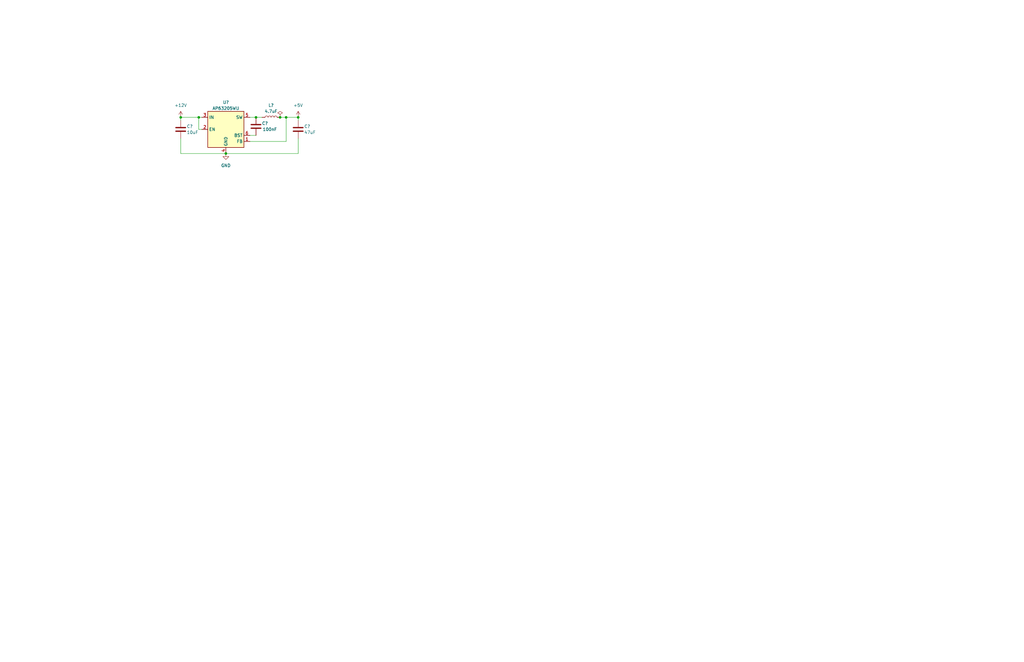
<source format=kicad_sch>
(kicad_sch (version 20250114) (generator "eeschema") (generator_version "9.0")
  (paper "B")
  (title_block (title "DCDC 5V 2A") (date "2025-08-23") (rev "1.0") (company "Formula Slug"))
  (lib_symbols
    (symbol "Device:C" (pin_numbers (hide yes)) (pin_names (offset 0.254))
      (property "Reference" "C" (at 0.635 2.54 0))
      (property "Value" "C" (at 0.635 -2.54 0))
      (symbol "C_0_1"
        (polyline (pts (xy -2.032 0.762) (xy 2.032 0.762)) (stroke (width 0.508)))
        (polyline (pts (xy -2.032 -0.762) (xy 2.032 -0.762)) (stroke (width 0.508)))
      )
      (symbol "C_1_1"
        (pin passive line (at 0 3.81 270) (length 2.794) (name "~") (number "1"))
        (pin passive line (at 0 -3.81 90) (length 2.794) (name "~") (number "2"))
      )
    )
    (symbol "Device:L" (pin_numbers (hide yes)) (pin_names (offset 1.016) (hide yes))
      (property "Reference" "L" (at -1.27 0 90))
      (property "Value" "L" (at 1.905 0 90))
      (symbol "L_0_1"
        (arc (start 0 2.54) (mid 0.6323 1.905) (end 0 1.27))
        (arc (start 0 1.27) (mid 0.6323 0.635) (end 0 0))
        (arc (start 0 0) (mid 0.6323 -0.635) (end 0 -1.27))
        (arc (start 0 -1.27) (mid 0.6323 -1.905) (end 0 -2.54))
      )
      (symbol "L_1_1"
        (pin passive line (at 0 3.81 270) (length 1.27) (name "1") (number "1"))
        (pin passive line (at 0 -3.81 90) (length 1.27) (name "2") (number "2"))
      )
    )
    (symbol "Regulator_Switching:AP63205WU"
      (property "Reference" "U1" (at 0 13.97 0))
      (property "Value" "AP63205WU" (at 0 11.43 0))
      (symbol "AP63205WU_0_1"
        (rectangle (start -7.62 10.16) (end 7.62 -5.08) (stroke (width 0.254)) (fill (type background)))
      )
      (symbol "AP63205WU_1_1"
        (pin power_in line (at -10.16 7.62 0) (length 2.54) (name "IN") (number "3"))
        (pin input line (at -10.16 2.54 0) (length 2.54) (name "EN") (number "2"))
        (pin power_in line (at 0 -7.62 90) (length 2.54) (name "GND") (number "4"))
        (pin output line (at 10.16 7.62 180) (length 2.54) (name "SW") (number "5"))
        (pin passive line (at 10.16 0 180) (length 2.54) (name "BST") (number "6"))
        (pin input line (at 10.16 -2.54 180) (length 2.54) (name "FB") (number "1"))
      )
    )
    (symbol "power:+12V" (power) (pin_numbers (hide yes)) (pin_names (offset 0) (hide yes))
      (property "Value" "+12V" (at 0 3.556 0))
      (symbol "+12V_0_1"
        (polyline (pts (xy -0.762 1.27) (xy 0 2.54)))
        (polyline (pts (xy 0 2.54) (xy 0.762 1.27)))
        (polyline (pts (xy 0 0) (xy 0 2.54)))
      )
      (symbol "+12V_1_1"
        (pin power_in line (at 0 0 90) (length 0) (name "~") (number "1"))
      )
    )
    (symbol "power:+5V" (power) (pin_numbers (hide yes)) (pin_names (offset 0) (hide yes))
      (property "Value" "+5V" (at 0 3.556 0))
      (symbol "+5V_0_1"
        (polyline (pts (xy -0.762 1.27) (xy 0 2.54)))
        (polyline (pts (xy 0 2.54) (xy 0.762 1.27)))
        (polyline (pts (xy 0 0) (xy 0 2.54)))
      )
      (symbol "+5V_1_1"
        (pin power_in line (at 0 0 90) (length 0) (name "~") (number "1"))
      )
    )
    (symbol "power:GND" (power) (pin_numbers (hide yes)) (pin_names (offset 0) (hide yes))
      (property "Value" "GND" (at 0 -3.81 0))
      (symbol "GND_0_1"
        (polyline (pts (xy 0 0) (xy 0 -1.27) (xy 1.27 -1.27) (xy 0 -2.54) (xy -1.27 -1.27) (xy 0 -1.27)))
      )
      (symbol "GND_1_1"
        (pin power_in line (at 0 0 270) (length 0) (name "~") (number "1"))
      )
    )
    (symbol "power:PWR_FLAG" (power) (pin_numbers (hide yes)) (pin_names (offset 0) (hide yes))
      (property "Value" "PWR_FLAG" (at 0 3.81 0))
      (symbol "PWR_FLAG_0_0"
        (pin power_out line (at 0 0 90) (length 0) (name "~") (number "1"))
      )
      (symbol "PWR_FLAG_0_1"
        (polyline (pts (xy 0 0) (xy 0 1.27) (xy -1.016 1.905) (xy 0 2.54) (xy 1.016 1.905) (xy 0 1.27)))
      )
    )
  )
  (junction (at 118.11 49.53))
  (junction (at 107.95 49.53))
  (junction (at 76.2 49.53))
  (junction (at 125.73 49.53))
  (junction (at 83.82 49.53))
  (junction (at 95.25 64.77))
  (junction (at 120.65 49.53))
  (wire (pts (xy 120.65 49.53) (xy 125.73 49.53)))
  (wire (pts (xy 76.2 58.42) (xy 76.2 64.77)))
  (wire (pts (xy 118.11 49.53) (xy 120.65 49.53)))
  (wire (pts (xy 125.73 50.8) (xy 125.73 49.53)))
  (wire (pts (xy 107.95 49.53) (xy 110.49 49.53)))
  (wire (pts (xy 120.65 59.69) (xy 105.41 59.69)))
  (wire (pts (xy 83.82 49.53) (xy 83.82 54.61)))
  (wire (pts (xy 95.25 64.77) (xy 125.73 64.77)))
  (wire (pts (xy 125.73 58.42) (xy 125.73 64.77)))
  (wire (pts (xy 107.95 57.15) (xy 105.41 57.15)))
  (wire (pts (xy 76.2 64.77) (xy 95.25 64.77)))
  (wire (pts (xy 76.2 49.53) (xy 83.82 49.53)))
  (wire (pts (xy 105.41 49.53) (xy 107.95 49.53)))
  (wire (pts (xy 76.2 49.53) (xy 76.2 50.8)))
  (wire (pts (xy 83.82 49.53) (xy 85.09 49.53)))
  (wire (pts (xy 83.82 54.61) (xy 85.09 54.61)))
  (wire (pts (xy 120.65 49.53) (xy 120.65 59.69)))
  (symbol (lib_id "power:PWR_FLAG") (at 118.11 49.53 0) (unit 1)
    (property "Reference" "#FLG?" (effects (hide yes)))
    (property "Value" "PWR_FLAG" (effects (hide yes)))
    (property "Description" "Special symbol for telling ERC where power comes from" (effects (hide yes)))
  )
  (symbol (lib_id "Device:C") (at 125.73 54.61 180) (unit 1)
    (property "Reference" "C?" (at 128.27 53.34 0) (effects (justify right)))
    (property "Value" "47uF" (at 128.27 55.88 0) (effects (justify right)))
    (property "Footprint" "Capacitor_SMD:C_0805_2012Metric_Pad1.18x1.45mm_HandSolder" (effects (hide yes)))
    (property "Datasheet" "https://mm.digikey.com/Volume0/opasdata/d220001/medias/docus/658/CL21A476MQYNNNE_Spec.pdf" (effects (hide yes)))
    (property "Description" "Unpolarized capacitor" (effects (hide yes)))
    (property "Manufacturer" "Samsung Electro-Mechanics" (effects (hide yes)))
    (property "PN" "CL21A476MQYNNNE" (effects (hide yes)))
  )
  (symbol (lib_id "power:+5V") (at 125.73 49.53 0) (unit 1)
    (property "Reference" "#PWR?" (effects (hide yes)))
    (property "Value" "+5V" (at 125.73 44.45 0))
    (property "Description" "Power symbol creates a global label with name \"+5V\"" (effects (hide yes)))
  )
  (symbol (lib_id "Regulator_Switching:AP63205WU") (at 95.25 57.15 0) (unit 1)
    (property "Reference" "U?" (at 95.25 43.18 0))
    (property "Value" "AP63205WU" (at 95.25 45.72 0))
    (property "Footprint" "Package_TO_SOT_SMD:TSOT-23-6" (effects (hide yes)))
    (property "Datasheet" "https://www.diodes.com/assets/Datasheets/AP63200-AP63201-AP63203-AP63205.pdf" (effects (hide yes)))
    (property "Description" "2A, 1.1MHz Buck DC/DC Converter, fixed 5.0V output voltage, TSOT-23-6" (effects (hide yes)))
  )
  (symbol (lib_id "power:+12V") (at 76.2 49.53 0) (unit 1)
    (property "Reference" "#PWR?" (effects (hide yes)))
    (property "Value" "+12V" (at 76.2 44.45 0))
    (property "Description" "Power symbol creates a global label with name \"+12V\"" (effects (hide yes)))
  )
  (symbol (lib_id "Device:C") (at 76.2 54.61 180) (unit 1)
    (property "Reference" "C?" (at 78.74 53.34 0) (effects (justify right)))
    (property "Value" "10uF" (at 78.74 55.88 0) (effects (justify right)))
    (property "Footprint" "Capacitor_SMD:C_0805_2012Metric_Pad1.18x1.45mm_HandSolder" (effects (hide yes)))
    (property "Datasheet" "https://mm.digikey.com/Volume0/opasdata/d220001/medias/docus/658/CL21A106KOQNNNG_Spec.pdf" (effects (hide yes)))
    (property "Description" "Unpolarized capacitor" (effects (hide yes)))
    (property "Manufacturer" "Samsung Electro-Mechanics" (effects (hide yes)))
    (property "PN" "CL21A106KOQNNNG" (effects (hide yes)))
  )
  (symbol (lib_id "power:GND") (at 95.25 64.77 0) (unit 1)
    (property "Reference" "#PWR?" (effects (hide yes)))
    (property "Value" "GND" (at 95.25 69.85 0))
    (property "Description" "Power symbol creates a global label with name \"GND\" , ground" (effects (hide yes)))
  )
  (symbol (lib_id "Device:C") (at 107.95 53.34 0) (unit 1)
    (property "Reference" "C?" (at 113.03 52.07 0) (effects (justify right)))
    (property "Value" "100nF" (at 116.84 54.61 0) (effects (justify right)))
    (property "Footprint" "Capacitor_SMD:C_0805_2012Metric_Pad1.18x1.45mm_HandSolder" (effects (hide yes)))
    (property "Datasheet" "https://www.yageo.com/upload/media/product/productsearch/datasheet/mlcc/UPY-GPHC_X7R_6.3V-to-250V_24.pdf" (effects (hide yes)))
    (property "Description" "Unpolarized capacitor" (effects (hide yes)))
    (property "Manufacturer" "Yageo" (effects (hide yes)))
    (property "PN" "CC0805KRX7R9BB104" (effects (hide yes)))
  )
  (symbol (lib_id "Device:L") (at 114.3 49.53 90) (unit 1)
    (property "Reference" "L?" (at 114.3 44.45 90))
    (property "Value" "4.7uF" (at 114.3 46.99 90))
    (property "Footprint" "Inductor_SMD:L_Bourns_SRP5030T" (effects (hide yes)))
    (property "Datasheet" "https://www.bourns.com/docs/Product-Datasheets/SRP5030TA.pdf" (effects (hide yes)))
    (property "Description" "Inductor" (effects (hide yes)))
    (property "Manufacturer" "Bourns" (effects (hide yes)))
    (property "PN" "SRP5030TA-4R7M" (effects (hide yes)))
  )
)
</source>
